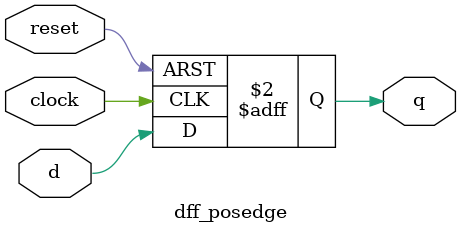
<source format=v>
module dff_posedge(d,clock,reset,q);
input d,clock,reset;
output q;
reg q;
always @ (posedge clock or posedge reset)
begin
	q<=d;
	if(reset)
	q<=0;
end
endmodule

</source>
